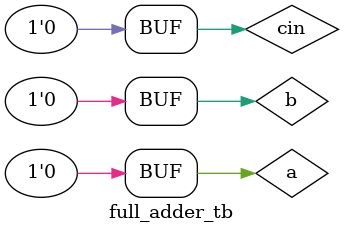
<source format=sv>
module full_adder_tb;
logic a = 0;
logic b = 0;
logic cin = 0;

wire cout, sum;

endmodule
</source>
